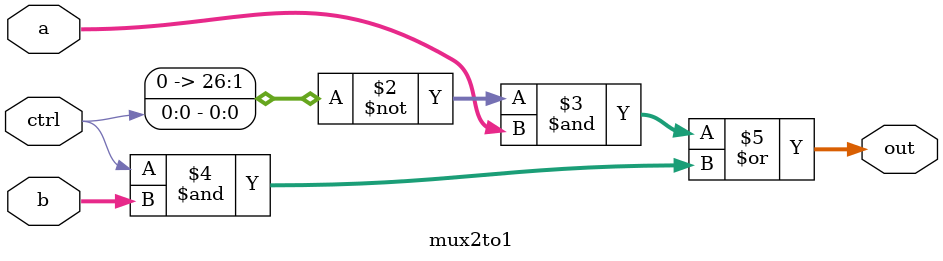
<source format=v>


module MovLight( CLOCK_50, LEDG, KEY);

	input [3:0] KEY;
	input CLOCK_50;
	output [7:0] LEDG;
	
	wire nclk;
	wire [26:0] rate;
	
	button but (KEY[0], rate);
	clocker c (CLOCK_50, nclk, rate);
	bar b (nclk, LEDG, KEY[0]);

endmodule

module bar(clk, leds, key);

	input clk;
	input key;

	output reg [7:0] leds;
	
	reg [7:0] barlight = 8'b00000001;
	
	always@ (posedge clk) begin
	
		if (barlight == 8'b00000001) begin
			
			barlight = 8'b10000000;
			
		end
		else begin
			barlight = barlight >> 1;
		end
			
		leds = barlight;
	
	end

endmodule

module button(key, rate);

	input key;
	output reg [26:0] rate;
	
	reg [1:0] index;
	reg [26:0] speed1 = 250000;
	reg [26:0] speed2 = 2500000;
	reg [26:0] speed3 = 25000000;
	reg [26:0] speed4 = 250000000;
	
	always@ (posedge key) begin
	
			if (index == 2'b11) begin
			
				index = 2'b00;
			
			end
			else index = index + 1;
			
			case (index)
				2'b00: rate = speed1;
				2'b01: rate = speed2;
				2'b10: rate = speed3;
				2'b11: rate = speed4;
				default: rate = speed1;
			endcase
	
	end
 
endmodule

module clocker(clk, l, rate);

	input [26:0] rate;
	input clk;
	output reg l;

	reg [26:0] w0;
	
	always@ (posedge clk) begin
		if (w0 == rate) begin
			l = ~l;
			w0 = 0;
		end
		else w0 = w0 + 1;
	
	end

endmodule

module mux4to1 (a, b, c, d, ctrl, out);

	input [26:0] a, b, c, d;
	input [1:0] ctrl;
	output [26:0] out;
	
	wire [26:0] w0, w1;

	mux2to1 m0 (a, b, ctrl[1], w0);
	mux2to1 m1 (c, d, ctrl[1], w1);
	mux2to1 m2 (w0, w1, ctrl[0], out);
	
endmodule

module mux2to1(a, b, ctrl, out);

	input [26:0] a, b;
	input ctrl;
	output [26:0] out;
	
	assign out = (~ctrl&a) | (ctrl&b);

endmodule
</source>
